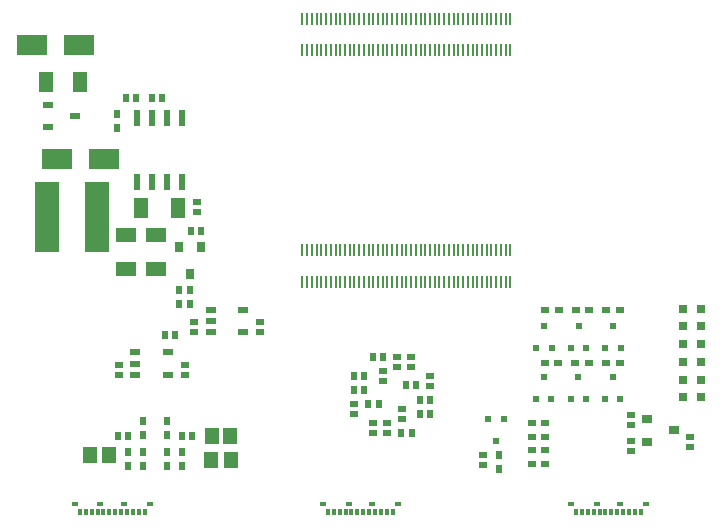
<source format=gbp>
G04*
G04 #@! TF.GenerationSoftware,Altium Limited,Altium Designer,22.0.2 (36)*
G04*
G04 Layer_Color=128*
%FSLAX25Y25*%
%MOIN*%
G70*
G04*
G04 #@! TF.SameCoordinates,2161BBB5-3730-4A37-975F-558EB53CE70B*
G04*
G04*
G04 #@! TF.FilePolarity,Positive*
G04*
G01*
G75*
%ADD27R,0.02362X0.02520*%
%ADD28R,0.02953X0.02362*%
%ADD29R,0.02520X0.02362*%
%ADD33R,0.02362X0.02953*%
%ADD53R,0.02559X0.03740*%
%ADD64R,0.05118X0.05512*%
%ADD145R,0.03740X0.02362*%
%ADD146R,0.03150X0.03150*%
%ADD147R,0.04528X0.06693*%
%ADD148R,0.07087X0.05118*%
%ADD149R,0.07874X0.23622*%
%ADD150R,0.02362X0.05709*%
%ADD151R,0.09843X0.06693*%
%ADD152R,0.05118X0.07087*%
%ADD153R,0.03543X0.02362*%
%ADD154R,0.02362X0.02165*%
%ADD155R,0.03740X0.02559*%
%ADD156R,0.01968X0.01181*%
%ADD157R,0.01378X0.02362*%
%ADD158R,0.04528X0.05315*%
%ADD159R,0.00787X0.04488*%
D27*
X-67559Y-14173D02*
D03*
X-71024D02*
D03*
X-62835Y764D02*
D03*
X-66299D02*
D03*
X-62835Y-3937D02*
D03*
X-66299D02*
D03*
X-58898Y20472D02*
D03*
X-62362D02*
D03*
X-71890Y64567D02*
D03*
X-75354D02*
D03*
X-84016D02*
D03*
X-80551D02*
D03*
X-4567Y-27953D02*
D03*
X-8032D02*
D03*
X1732Y-21654D02*
D03*
X-1732D02*
D03*
X7717Y-46850D02*
D03*
X11181D02*
D03*
X14016Y-35827D02*
D03*
X17480D02*
D03*
X-4567Y-32677D02*
D03*
X-8032D02*
D03*
X17480Y-40551D02*
D03*
X14016D02*
D03*
X158Y-37402D02*
D03*
X-3307D02*
D03*
X12756Y-31102D02*
D03*
X9291D02*
D03*
X-86772Y-48031D02*
D03*
X-83307D02*
D03*
X-65512D02*
D03*
X-62047D02*
D03*
D28*
X80610Y-5874D02*
D03*
X76083D02*
D03*
X70374D02*
D03*
X65847D02*
D03*
X60232D02*
D03*
X55705D02*
D03*
X60038Y-23622D02*
D03*
X55510D02*
D03*
X70177D02*
D03*
X65650D02*
D03*
X80495D02*
D03*
X75967D02*
D03*
X51181Y-43543D02*
D03*
X55709D02*
D03*
X55807Y-57381D02*
D03*
X51279D02*
D03*
X55807Y-48268D02*
D03*
X51279D02*
D03*
Y-52756D02*
D03*
X55807D02*
D03*
D29*
X103986Y-51732D02*
D03*
Y-48268D02*
D03*
X-86502Y-24191D02*
D03*
Y-27656D02*
D03*
X-64455Y-24191D02*
D03*
Y-27656D02*
D03*
X-61417Y-13330D02*
D03*
Y-9865D02*
D03*
X-39370Y-13330D02*
D03*
Y-9865D02*
D03*
X-60236Y30079D02*
D03*
Y26614D02*
D03*
X-7874Y-37244D02*
D03*
Y-40709D02*
D03*
X11024Y-24961D02*
D03*
Y-21496D02*
D03*
X-1575Y-43543D02*
D03*
Y-47008D02*
D03*
X84252Y-44252D02*
D03*
Y-40787D02*
D03*
Y-52913D02*
D03*
Y-49449D02*
D03*
X35039Y-57638D02*
D03*
Y-54173D02*
D03*
X17323Y-27795D02*
D03*
Y-31260D02*
D03*
X3150Y-43543D02*
D03*
Y-47008D02*
D03*
X6299Y-24961D02*
D03*
Y-21496D02*
D03*
X7874Y-38819D02*
D03*
Y-42283D02*
D03*
X1575Y-29685D02*
D03*
Y-26221D02*
D03*
D33*
X-87008Y59350D02*
D03*
Y54823D02*
D03*
X40157Y-54429D02*
D03*
Y-58957D02*
D03*
X-83465Y-57776D02*
D03*
Y-53248D02*
D03*
X-78347Y-47539D02*
D03*
Y-43012D02*
D03*
Y-53248D02*
D03*
Y-57776D02*
D03*
X-65354D02*
D03*
Y-53248D02*
D03*
X-70472Y-47539D02*
D03*
Y-43012D02*
D03*
Y-57776D02*
D03*
Y-53248D02*
D03*
D53*
X-66339Y15157D02*
D03*
X-58858D02*
D03*
X-62598Y6102D02*
D03*
D64*
X-96063Y-54331D02*
D03*
X-89764D02*
D03*
X-49213Y-48031D02*
D03*
X-55512D02*
D03*
D145*
X-80892Y-27538D02*
D03*
Y-23797D02*
D03*
Y-20057D02*
D03*
X-70065D02*
D03*
Y-27538D02*
D03*
X-55809Y-13368D02*
D03*
Y-9628D02*
D03*
Y-5888D02*
D03*
X-44982D02*
D03*
Y-13368D02*
D03*
D146*
X107677Y-23228D02*
D03*
X101772D02*
D03*
X107520Y-5512D02*
D03*
X101614D02*
D03*
X101614Y-11406D02*
D03*
X107520D02*
D03*
X101614Y-17312D02*
D03*
X107520D02*
D03*
X107520Y-35039D02*
D03*
X101614D02*
D03*
Y-29134D02*
D03*
X107520D02*
D03*
D147*
X-79036Y27953D02*
D03*
X-66634D02*
D03*
D148*
X-83943Y7677D02*
D03*
Y19094D02*
D03*
X-74101Y7677D02*
D03*
Y19094D02*
D03*
D149*
X-93701Y25197D02*
D03*
X-110236D02*
D03*
D150*
X-80472Y58071D02*
D03*
X-75472D02*
D03*
X-70473D02*
D03*
X-65473D02*
D03*
X-80472Y36614D02*
D03*
X-75472D02*
D03*
X-70473D02*
D03*
X-65473D02*
D03*
D151*
X-91339Y44488D02*
D03*
X-107087D02*
D03*
X-99606Y82284D02*
D03*
X-115354D02*
D03*
D152*
X-99252Y70079D02*
D03*
X-110669D02*
D03*
D153*
X-110039Y54921D02*
D03*
Y62402D02*
D03*
X-100984Y58661D02*
D03*
D154*
X39370Y-49705D02*
D03*
X41929Y-42421D02*
D03*
X36811D02*
D03*
X66737Y-28316D02*
D03*
X64178Y-35600D02*
D03*
X69296D02*
D03*
X78231Y-28316D02*
D03*
X75672Y-35600D02*
D03*
X80790D02*
D03*
X55242Y-28331D02*
D03*
X52683Y-35615D02*
D03*
X57801D02*
D03*
X55358Y-11219D02*
D03*
X52799Y-18503D02*
D03*
X57917D02*
D03*
X78347Y-11219D02*
D03*
X75787Y-18503D02*
D03*
X80905D02*
D03*
X66852Y-11219D02*
D03*
X64293Y-18503D02*
D03*
X69411D02*
D03*
D155*
X98622Y-46063D02*
D03*
X89567Y-42323D02*
D03*
Y-49803D02*
D03*
D156*
X-92520Y-70512D02*
D03*
X-101181D02*
D03*
X-75984D02*
D03*
X-84646D02*
D03*
X-1969D02*
D03*
X6693D02*
D03*
X-18504D02*
D03*
X-9843D02*
D03*
X80709D02*
D03*
X89370D02*
D03*
X64173D02*
D03*
X72835D02*
D03*
D157*
X-77756Y-73228D02*
D03*
X-79724D02*
D03*
X-81693D02*
D03*
X-83661D02*
D03*
X-85630D02*
D03*
X-99409D02*
D03*
X-97441D02*
D03*
X-95472D02*
D03*
X-93504D02*
D03*
X-91535D02*
D03*
X-89567D02*
D03*
X-87598D02*
D03*
X-4921D02*
D03*
X-6890D02*
D03*
X-8858D02*
D03*
X-10827D02*
D03*
X-12795D02*
D03*
X-14764D02*
D03*
X-16732D02*
D03*
X-2953D02*
D03*
X-984D02*
D03*
X984D02*
D03*
X2953D02*
D03*
X4921D02*
D03*
X77756D02*
D03*
X75787D02*
D03*
X73819D02*
D03*
X71850D02*
D03*
X69882D02*
D03*
X67913D02*
D03*
X65945D02*
D03*
X79724D02*
D03*
X81693D02*
D03*
X83661D02*
D03*
X85630D02*
D03*
X87598D02*
D03*
D158*
X-55807Y-55905D02*
D03*
X-48917D02*
D03*
D159*
X-25197Y91102D02*
D03*
Y80709D02*
D03*
X-23622Y91102D02*
D03*
Y80709D02*
D03*
X-22047Y91102D02*
D03*
Y80709D02*
D03*
X-20472Y91102D02*
D03*
Y80709D02*
D03*
X-18898Y91102D02*
D03*
Y80709D02*
D03*
X-17323Y91102D02*
D03*
Y80709D02*
D03*
X-15748Y91102D02*
D03*
Y80709D02*
D03*
X-14173Y91102D02*
D03*
Y80709D02*
D03*
X-12598Y91102D02*
D03*
Y80709D02*
D03*
X-11024Y91102D02*
D03*
Y80709D02*
D03*
X-9449Y91102D02*
D03*
Y80709D02*
D03*
X-7874Y91102D02*
D03*
Y80709D02*
D03*
X-6299Y91102D02*
D03*
Y80709D02*
D03*
X-4724Y91102D02*
D03*
Y80709D02*
D03*
X-3150Y91102D02*
D03*
Y80709D02*
D03*
X-1575Y91102D02*
D03*
Y80709D02*
D03*
X0Y91102D02*
D03*
Y80709D02*
D03*
X1575Y91102D02*
D03*
Y80709D02*
D03*
X3150Y91102D02*
D03*
Y80709D02*
D03*
X4724Y91102D02*
D03*
Y80709D02*
D03*
X6299Y91102D02*
D03*
Y80709D02*
D03*
X7874Y91102D02*
D03*
Y80709D02*
D03*
X9449Y91102D02*
D03*
Y80709D02*
D03*
X11024Y91102D02*
D03*
Y80709D02*
D03*
X12598Y91102D02*
D03*
Y80709D02*
D03*
X14173Y91102D02*
D03*
Y80709D02*
D03*
X15748Y91102D02*
D03*
Y80709D02*
D03*
X17323Y91102D02*
D03*
Y80709D02*
D03*
X18898Y91102D02*
D03*
Y80709D02*
D03*
X20472Y91102D02*
D03*
Y80709D02*
D03*
X22047Y91102D02*
D03*
Y80709D02*
D03*
X23622Y91102D02*
D03*
Y80709D02*
D03*
X25197Y91102D02*
D03*
Y80709D02*
D03*
X26772Y91102D02*
D03*
Y80709D02*
D03*
X28346Y91102D02*
D03*
Y80709D02*
D03*
X29921Y91102D02*
D03*
Y80709D02*
D03*
X31496Y91102D02*
D03*
Y80709D02*
D03*
X33071Y91102D02*
D03*
Y80709D02*
D03*
X34646Y91102D02*
D03*
Y80709D02*
D03*
X36220Y91102D02*
D03*
Y80709D02*
D03*
X37795Y91102D02*
D03*
Y80709D02*
D03*
X39370Y91102D02*
D03*
Y80709D02*
D03*
X40945Y91102D02*
D03*
Y80709D02*
D03*
X42520Y91102D02*
D03*
Y80709D02*
D03*
X44094Y91102D02*
D03*
Y80709D02*
D03*
Y3543D02*
D03*
Y13937D02*
D03*
X42520Y3543D02*
D03*
Y13937D02*
D03*
X40945Y3543D02*
D03*
Y13937D02*
D03*
X39370Y3543D02*
D03*
Y13937D02*
D03*
X37795Y3543D02*
D03*
Y13937D02*
D03*
X36220Y3543D02*
D03*
Y13937D02*
D03*
X34646Y3543D02*
D03*
Y13937D02*
D03*
X33071Y3543D02*
D03*
Y13937D02*
D03*
X31496Y3543D02*
D03*
Y13937D02*
D03*
X29921Y3543D02*
D03*
Y13937D02*
D03*
X28346Y3543D02*
D03*
Y13937D02*
D03*
X26772Y3543D02*
D03*
Y13937D02*
D03*
X25197Y3543D02*
D03*
Y13937D02*
D03*
X23622Y3543D02*
D03*
Y13937D02*
D03*
X22047Y3543D02*
D03*
Y13937D02*
D03*
X20472Y3543D02*
D03*
Y13937D02*
D03*
X18898Y3543D02*
D03*
Y13937D02*
D03*
X17323Y3543D02*
D03*
Y13937D02*
D03*
X15748Y3543D02*
D03*
Y13937D02*
D03*
X14173Y3543D02*
D03*
Y13937D02*
D03*
X12598Y3543D02*
D03*
Y13937D02*
D03*
X11024Y3543D02*
D03*
Y13937D02*
D03*
X9449Y3543D02*
D03*
Y13937D02*
D03*
X7874Y3543D02*
D03*
Y13937D02*
D03*
X6299Y3543D02*
D03*
Y13937D02*
D03*
X4724Y3543D02*
D03*
Y13937D02*
D03*
X3150Y3543D02*
D03*
Y13937D02*
D03*
X1575Y3543D02*
D03*
Y13937D02*
D03*
X0Y3543D02*
D03*
Y13937D02*
D03*
X-1575Y3543D02*
D03*
Y13937D02*
D03*
X-3150Y3543D02*
D03*
Y13937D02*
D03*
X-4724Y3543D02*
D03*
Y13937D02*
D03*
X-6299Y3543D02*
D03*
Y13937D02*
D03*
X-7874Y3543D02*
D03*
Y13937D02*
D03*
X-9449Y3543D02*
D03*
Y13937D02*
D03*
X-11024Y3543D02*
D03*
Y13937D02*
D03*
X-12598Y3543D02*
D03*
Y13937D02*
D03*
X-14173Y3543D02*
D03*
Y13937D02*
D03*
X-15748Y3543D02*
D03*
Y13937D02*
D03*
X-17323Y3543D02*
D03*
Y13937D02*
D03*
X-18898Y3543D02*
D03*
Y13937D02*
D03*
X-20472Y3543D02*
D03*
Y13937D02*
D03*
X-22047Y3543D02*
D03*
Y13937D02*
D03*
X-23622Y3543D02*
D03*
Y13937D02*
D03*
X-25197Y3543D02*
D03*
Y13937D02*
D03*
M02*

</source>
